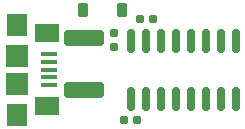
<source format=gbr>
%TF.GenerationSoftware,KiCad,Pcbnew,7.0.7*%
%TF.CreationDate,2024-05-24T10:30:38-07:00*%
%TF.ProjectId,Pinky,50696e6b-792e-46b6-9963-61645f706362,rev?*%
%TF.SameCoordinates,Original*%
%TF.FileFunction,Paste,Bot*%
%TF.FilePolarity,Positive*%
%FSLAX46Y46*%
G04 Gerber Fmt 4.6, Leading zero omitted, Abs format (unit mm)*
G04 Created by KiCad (PCBNEW 7.0.7) date 2024-05-24 10:30:38*
%MOMM*%
%LPD*%
G01*
G04 APERTURE LIST*
G04 Aperture macros list*
%AMRoundRect*
0 Rectangle with rounded corners*
0 $1 Rounding radius*
0 $2 $3 $4 $5 $6 $7 $8 $9 X,Y pos of 4 corners*
0 Add a 4 corners polygon primitive as box body*
4,1,4,$2,$3,$4,$5,$6,$7,$8,$9,$2,$3,0*
0 Add four circle primitives for the rounded corners*
1,1,$1+$1,$2,$3*
1,1,$1+$1,$4,$5*
1,1,$1+$1,$6,$7*
1,1,$1+$1,$8,$9*
0 Add four rect primitives between the rounded corners*
20,1,$1+$1,$2,$3,$4,$5,0*
20,1,$1+$1,$4,$5,$6,$7,0*
20,1,$1+$1,$6,$7,$8,$9,0*
20,1,$1+$1,$8,$9,$2,$3,0*%
G04 Aperture macros list end*
%ADD10RoundRect,0.155000X-0.155000X0.212500X-0.155000X-0.212500X0.155000X-0.212500X0.155000X0.212500X0*%
%ADD11R,1.346200X0.406400*%
%ADD12R,1.803400X1.905000*%
%ADD13R,2.108200X1.600200*%
%ADD14R,1.905000X1.905000*%
%ADD15RoundRect,0.150000X-0.150000X0.825000X-0.150000X-0.825000X0.150000X-0.825000X0.150000X0.825000X0*%
%ADD16RoundRect,0.250000X-1.450000X0.400000X-1.450000X-0.400000X1.450000X-0.400000X1.450000X0.400000X0*%
%ADD17RoundRect,0.155000X-0.212500X-0.155000X0.212500X-0.155000X0.212500X0.155000X-0.212500X0.155000X0*%
%ADD18RoundRect,0.225000X0.225000X0.375000X-0.225000X0.375000X-0.225000X-0.375000X0.225000X-0.375000X0*%
G04 APERTURE END LIST*
D10*
%TO.C,C4*%
X135255000Y-79507500D03*
X135255000Y-80642500D03*
%TD*%
D11*
%TO.C,J8*%
X129708499Y-83910000D03*
X129708499Y-83259999D03*
X129708499Y-82610000D03*
X129708499Y-81960001D03*
X129708499Y-81310000D03*
D12*
X127033498Y-86410000D03*
D13*
X129583498Y-85709999D03*
D14*
X127033498Y-83810000D03*
D13*
X129583498Y-79510001D03*
D12*
X127033498Y-78810000D03*
D14*
X127033498Y-81410000D03*
%TD*%
D15*
%TO.C,U1*%
X136652000Y-80140000D03*
X137922000Y-80140000D03*
X139192000Y-80140000D03*
X140462000Y-80140000D03*
X141732000Y-80140000D03*
X143002000Y-80140000D03*
X144272000Y-80140000D03*
X145542000Y-80140000D03*
X145542000Y-85090000D03*
X144272000Y-85090000D03*
X143002000Y-85090000D03*
X141732000Y-85090000D03*
X140462000Y-85090000D03*
X139192000Y-85090000D03*
X137922000Y-85090000D03*
X136652000Y-85090000D03*
%TD*%
D16*
%TO.C,F1*%
X132715000Y-79882000D03*
X132715000Y-84332000D03*
%TD*%
D17*
%TO.C,C3*%
X137422000Y-78292000D03*
X138557000Y-78292000D03*
%TD*%
%TO.C,C5*%
X136084500Y-86868000D03*
X137219500Y-86868000D03*
%TD*%
D18*
%TO.C,D5*%
X135889000Y-77535000D03*
X132589000Y-77535000D03*
%TD*%
M02*

</source>
